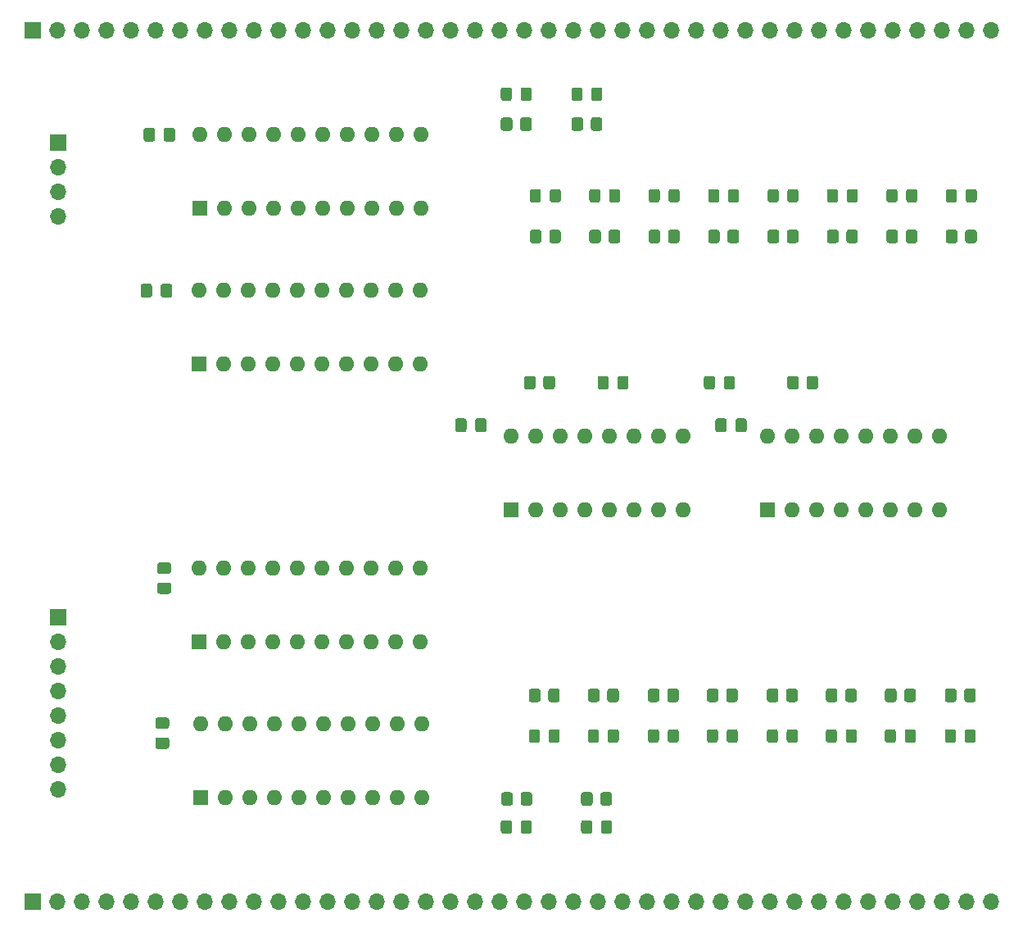
<source format=gts>
G04 #@! TF.GenerationSoftware,KiCad,Pcbnew,(5.1.9)-1*
G04 #@! TF.CreationDate,2022-07-23T11:33:05-04:00*
G04 #@! TF.ProjectId,xy-register,78792d72-6567-4697-9374-65722e6b6963,2.0*
G04 #@! TF.SameCoordinates,Original*
G04 #@! TF.FileFunction,Soldermask,Top*
G04 #@! TF.FilePolarity,Negative*
%FSLAX46Y46*%
G04 Gerber Fmt 4.6, Leading zero omitted, Abs format (unit mm)*
G04 Created by KiCad (PCBNEW (5.1.9)-1) date 2022-07-23 11:33:05*
%MOMM*%
%LPD*%
G01*
G04 APERTURE LIST*
%ADD10O,1.700000X1.700000*%
%ADD11R,1.700000X1.700000*%
%ADD12O,1.600000X1.600000*%
%ADD13R,1.600000X1.600000*%
G04 APERTURE END LIST*
G36*
G01*
X145100000Y-125850001D02*
X145100000Y-124949999D01*
G75*
G02*
X145349999Y-124700000I249999J0D01*
G01*
X146050001Y-124700000D01*
G75*
G02*
X146300000Y-124949999I0J-249999D01*
G01*
X146300000Y-125850001D01*
G75*
G02*
X146050001Y-126100000I-249999J0D01*
G01*
X145349999Y-126100000D01*
G75*
G02*
X145100000Y-125850001I0J249999D01*
G01*
G37*
G36*
G01*
X143100000Y-125850001D02*
X143100000Y-124949999D01*
G75*
G02*
X143349999Y-124700000I249999J0D01*
G01*
X144050001Y-124700000D01*
G75*
G02*
X144300000Y-124949999I0J-249999D01*
G01*
X144300000Y-125850001D01*
G75*
G02*
X144050001Y-126100000I-249999J0D01*
G01*
X143349999Y-126100000D01*
G75*
G02*
X143100000Y-125850001I0J249999D01*
G01*
G37*
G36*
G01*
X136850000Y-125850001D02*
X136850000Y-124949999D01*
G75*
G02*
X137099999Y-124700000I249999J0D01*
G01*
X137800001Y-124700000D01*
G75*
G02*
X138050000Y-124949999I0J-249999D01*
G01*
X138050000Y-125850001D01*
G75*
G02*
X137800001Y-126100000I-249999J0D01*
G01*
X137099999Y-126100000D01*
G75*
G02*
X136850000Y-125850001I0J249999D01*
G01*
G37*
G36*
G01*
X134850000Y-125850001D02*
X134850000Y-124949999D01*
G75*
G02*
X135099999Y-124700000I249999J0D01*
G01*
X135800001Y-124700000D01*
G75*
G02*
X136050000Y-124949999I0J-249999D01*
G01*
X136050000Y-125850001D01*
G75*
G02*
X135800001Y-126100000I-249999J0D01*
G01*
X135099999Y-126100000D01*
G75*
G02*
X134850000Y-125850001I0J249999D01*
G01*
G37*
G36*
G01*
X145150000Y-128750001D02*
X145150000Y-127849999D01*
G75*
G02*
X145399999Y-127600000I249999J0D01*
G01*
X146050001Y-127600000D01*
G75*
G02*
X146300000Y-127849999I0J-249999D01*
G01*
X146300000Y-128750001D01*
G75*
G02*
X146050001Y-129000000I-249999J0D01*
G01*
X145399999Y-129000000D01*
G75*
G02*
X145150000Y-128750001I0J249999D01*
G01*
G37*
G36*
G01*
X143100000Y-128750001D02*
X143100000Y-127849999D01*
G75*
G02*
X143349999Y-127600000I249999J0D01*
G01*
X144000001Y-127600000D01*
G75*
G02*
X144250000Y-127849999I0J-249999D01*
G01*
X144250000Y-128750001D01*
G75*
G02*
X144000001Y-129000000I-249999J0D01*
G01*
X143349999Y-129000000D01*
G75*
G02*
X143100000Y-128750001I0J249999D01*
G01*
G37*
G36*
G01*
X136850000Y-128750001D02*
X136850000Y-127849999D01*
G75*
G02*
X137099999Y-127600000I249999J0D01*
G01*
X137750001Y-127600000D01*
G75*
G02*
X138000000Y-127849999I0J-249999D01*
G01*
X138000000Y-128750001D01*
G75*
G02*
X137750001Y-129000000I-249999J0D01*
G01*
X137099999Y-129000000D01*
G75*
G02*
X136850000Y-128750001I0J249999D01*
G01*
G37*
G36*
G01*
X134800000Y-128750001D02*
X134800000Y-127849999D01*
G75*
G02*
X135049999Y-127600000I249999J0D01*
G01*
X135700001Y-127600000D01*
G75*
G02*
X135950000Y-127849999I0J-249999D01*
G01*
X135950000Y-128750001D01*
G75*
G02*
X135700001Y-129000000I-249999J0D01*
G01*
X135049999Y-129000000D01*
G75*
G02*
X134800000Y-128750001I0J249999D01*
G01*
G37*
D10*
X89000000Y-65220000D03*
X89000000Y-62680000D03*
X89000000Y-60140000D03*
D11*
X89000000Y-57600000D03*
D12*
X103600000Y-101580000D03*
X126460000Y-109200000D03*
X106140000Y-101580000D03*
X123920000Y-109200000D03*
X108680000Y-101580000D03*
X121380000Y-109200000D03*
X111220000Y-101580000D03*
X118840000Y-109200000D03*
X113760000Y-101580000D03*
X116300000Y-109200000D03*
X116300000Y-101580000D03*
X113760000Y-109200000D03*
X118840000Y-101580000D03*
X111220000Y-109200000D03*
X121380000Y-101580000D03*
X108680000Y-109200000D03*
X123920000Y-101580000D03*
X106140000Y-109200000D03*
X126460000Y-101580000D03*
D13*
X103600000Y-109200000D03*
G36*
G01*
X143300000Y-55249999D02*
X143300000Y-56150001D01*
G75*
G02*
X143050001Y-56400000I-249999J0D01*
G01*
X142349999Y-56400000D01*
G75*
G02*
X142100000Y-56150001I0J249999D01*
G01*
X142100000Y-55249999D01*
G75*
G02*
X142349999Y-55000000I249999J0D01*
G01*
X143050001Y-55000000D01*
G75*
G02*
X143300000Y-55249999I0J-249999D01*
G01*
G37*
G36*
G01*
X145300000Y-55249999D02*
X145300000Y-56150001D01*
G75*
G02*
X145050001Y-56400000I-249999J0D01*
G01*
X144349999Y-56400000D01*
G75*
G02*
X144100000Y-56150001I0J249999D01*
G01*
X144100000Y-55249999D01*
G75*
G02*
X144349999Y-55000000I249999J0D01*
G01*
X145050001Y-55000000D01*
G75*
G02*
X145300000Y-55249999I0J-249999D01*
G01*
G37*
G36*
G01*
X136800000Y-56150001D02*
X136800000Y-55249999D01*
G75*
G02*
X137049999Y-55000000I249999J0D01*
G01*
X137750001Y-55000000D01*
G75*
G02*
X138000000Y-55249999I0J-249999D01*
G01*
X138000000Y-56150001D01*
G75*
G02*
X137750001Y-56400000I-249999J0D01*
G01*
X137049999Y-56400000D01*
G75*
G02*
X136800000Y-56150001I0J249999D01*
G01*
G37*
G36*
G01*
X134800000Y-56150001D02*
X134800000Y-55249999D01*
G75*
G02*
X135049999Y-55000000I249999J0D01*
G01*
X135750001Y-55000000D01*
G75*
G02*
X136000000Y-55249999I0J-249999D01*
G01*
X136000000Y-56150001D01*
G75*
G02*
X135750001Y-56400000I-249999J0D01*
G01*
X135049999Y-56400000D01*
G75*
G02*
X134800000Y-56150001I0J249999D01*
G01*
G37*
G36*
G01*
X139700000Y-115150001D02*
X139700000Y-114249999D01*
G75*
G02*
X139949999Y-114000000I249999J0D01*
G01*
X140650001Y-114000000D01*
G75*
G02*
X140900000Y-114249999I0J-249999D01*
G01*
X140900000Y-115150001D01*
G75*
G02*
X140650001Y-115400000I-249999J0D01*
G01*
X139949999Y-115400000D01*
G75*
G02*
X139700000Y-115150001I0J249999D01*
G01*
G37*
G36*
G01*
X137700000Y-115150001D02*
X137700000Y-114249999D01*
G75*
G02*
X137949999Y-114000000I249999J0D01*
G01*
X138650001Y-114000000D01*
G75*
G02*
X138900000Y-114249999I0J-249999D01*
G01*
X138900000Y-115150001D01*
G75*
G02*
X138650001Y-115400000I-249999J0D01*
G01*
X137949999Y-115400000D01*
G75*
G02*
X137700000Y-115150001I0J249999D01*
G01*
G37*
G36*
G01*
X145800000Y-115150001D02*
X145800000Y-114249999D01*
G75*
G02*
X146049999Y-114000000I249999J0D01*
G01*
X146750001Y-114000000D01*
G75*
G02*
X147000000Y-114249999I0J-249999D01*
G01*
X147000000Y-115150001D01*
G75*
G02*
X146750001Y-115400000I-249999J0D01*
G01*
X146049999Y-115400000D01*
G75*
G02*
X145800000Y-115150001I0J249999D01*
G01*
G37*
G36*
G01*
X143800000Y-115150001D02*
X143800000Y-114249999D01*
G75*
G02*
X144049999Y-114000000I249999J0D01*
G01*
X144750001Y-114000000D01*
G75*
G02*
X145000000Y-114249999I0J-249999D01*
G01*
X145000000Y-115150001D01*
G75*
G02*
X144750001Y-115400000I-249999J0D01*
G01*
X144049999Y-115400000D01*
G75*
G02*
X143800000Y-115150001I0J249999D01*
G01*
G37*
G36*
G01*
X152000000Y-115150001D02*
X152000000Y-114249999D01*
G75*
G02*
X152249999Y-114000000I249999J0D01*
G01*
X152950001Y-114000000D01*
G75*
G02*
X153200000Y-114249999I0J-249999D01*
G01*
X153200000Y-115150001D01*
G75*
G02*
X152950001Y-115400000I-249999J0D01*
G01*
X152249999Y-115400000D01*
G75*
G02*
X152000000Y-115150001I0J249999D01*
G01*
G37*
G36*
G01*
X150000000Y-115150001D02*
X150000000Y-114249999D01*
G75*
G02*
X150249999Y-114000000I249999J0D01*
G01*
X150950001Y-114000000D01*
G75*
G02*
X151200000Y-114249999I0J-249999D01*
G01*
X151200000Y-115150001D01*
G75*
G02*
X150950001Y-115400000I-249999J0D01*
G01*
X150249999Y-115400000D01*
G75*
G02*
X150000000Y-115150001I0J249999D01*
G01*
G37*
G36*
G01*
X158100000Y-115150001D02*
X158100000Y-114249999D01*
G75*
G02*
X158349999Y-114000000I249999J0D01*
G01*
X159050001Y-114000000D01*
G75*
G02*
X159300000Y-114249999I0J-249999D01*
G01*
X159300000Y-115150001D01*
G75*
G02*
X159050001Y-115400000I-249999J0D01*
G01*
X158349999Y-115400000D01*
G75*
G02*
X158100000Y-115150001I0J249999D01*
G01*
G37*
G36*
G01*
X156100000Y-115150001D02*
X156100000Y-114249999D01*
G75*
G02*
X156349999Y-114000000I249999J0D01*
G01*
X157050001Y-114000000D01*
G75*
G02*
X157300000Y-114249999I0J-249999D01*
G01*
X157300000Y-115150001D01*
G75*
G02*
X157050001Y-115400000I-249999J0D01*
G01*
X156349999Y-115400000D01*
G75*
G02*
X156100000Y-115150001I0J249999D01*
G01*
G37*
G36*
G01*
X164300000Y-115150001D02*
X164300000Y-114249999D01*
G75*
G02*
X164549999Y-114000000I249999J0D01*
G01*
X165250001Y-114000000D01*
G75*
G02*
X165500000Y-114249999I0J-249999D01*
G01*
X165500000Y-115150001D01*
G75*
G02*
X165250001Y-115400000I-249999J0D01*
G01*
X164549999Y-115400000D01*
G75*
G02*
X164300000Y-115150001I0J249999D01*
G01*
G37*
G36*
G01*
X162300000Y-115150001D02*
X162300000Y-114249999D01*
G75*
G02*
X162549999Y-114000000I249999J0D01*
G01*
X163250001Y-114000000D01*
G75*
G02*
X163500000Y-114249999I0J-249999D01*
G01*
X163500000Y-115150001D01*
G75*
G02*
X163250001Y-115400000I-249999J0D01*
G01*
X162549999Y-115400000D01*
G75*
G02*
X162300000Y-115150001I0J249999D01*
G01*
G37*
G36*
G01*
X170400000Y-115150001D02*
X170400000Y-114249999D01*
G75*
G02*
X170649999Y-114000000I249999J0D01*
G01*
X171350001Y-114000000D01*
G75*
G02*
X171600000Y-114249999I0J-249999D01*
G01*
X171600000Y-115150001D01*
G75*
G02*
X171350001Y-115400000I-249999J0D01*
G01*
X170649999Y-115400000D01*
G75*
G02*
X170400000Y-115150001I0J249999D01*
G01*
G37*
G36*
G01*
X168400000Y-115150001D02*
X168400000Y-114249999D01*
G75*
G02*
X168649999Y-114000000I249999J0D01*
G01*
X169350001Y-114000000D01*
G75*
G02*
X169600000Y-114249999I0J-249999D01*
G01*
X169600000Y-115150001D01*
G75*
G02*
X169350001Y-115400000I-249999J0D01*
G01*
X168649999Y-115400000D01*
G75*
G02*
X168400000Y-115150001I0J249999D01*
G01*
G37*
G36*
G01*
X176500000Y-115150001D02*
X176500000Y-114249999D01*
G75*
G02*
X176749999Y-114000000I249999J0D01*
G01*
X177450001Y-114000000D01*
G75*
G02*
X177700000Y-114249999I0J-249999D01*
G01*
X177700000Y-115150001D01*
G75*
G02*
X177450001Y-115400000I-249999J0D01*
G01*
X176749999Y-115400000D01*
G75*
G02*
X176500000Y-115150001I0J249999D01*
G01*
G37*
G36*
G01*
X174500000Y-115150001D02*
X174500000Y-114249999D01*
G75*
G02*
X174749999Y-114000000I249999J0D01*
G01*
X175450001Y-114000000D01*
G75*
G02*
X175700000Y-114249999I0J-249999D01*
G01*
X175700000Y-115150001D01*
G75*
G02*
X175450001Y-115400000I-249999J0D01*
G01*
X174749999Y-115400000D01*
G75*
G02*
X174500000Y-115150001I0J249999D01*
G01*
G37*
G36*
G01*
X182700000Y-115150001D02*
X182700000Y-114249999D01*
G75*
G02*
X182949999Y-114000000I249999J0D01*
G01*
X183650001Y-114000000D01*
G75*
G02*
X183900000Y-114249999I0J-249999D01*
G01*
X183900000Y-115150001D01*
G75*
G02*
X183650001Y-115400000I-249999J0D01*
G01*
X182949999Y-115400000D01*
G75*
G02*
X182700000Y-115150001I0J249999D01*
G01*
G37*
G36*
G01*
X180700000Y-115150001D02*
X180700000Y-114249999D01*
G75*
G02*
X180949999Y-114000000I249999J0D01*
G01*
X181650001Y-114000000D01*
G75*
G02*
X181900000Y-114249999I0J-249999D01*
G01*
X181900000Y-115150001D01*
G75*
G02*
X181650001Y-115400000I-249999J0D01*
G01*
X180949999Y-115400000D01*
G75*
G02*
X180700000Y-115150001I0J249999D01*
G01*
G37*
G36*
G01*
X144150000Y-53050001D02*
X144150000Y-52149999D01*
G75*
G02*
X144399999Y-51900000I249999J0D01*
G01*
X145050001Y-51900000D01*
G75*
G02*
X145300000Y-52149999I0J-249999D01*
G01*
X145300000Y-53050001D01*
G75*
G02*
X145050001Y-53300000I-249999J0D01*
G01*
X144399999Y-53300000D01*
G75*
G02*
X144150000Y-53050001I0J249999D01*
G01*
G37*
G36*
G01*
X142100000Y-53050001D02*
X142100000Y-52149999D01*
G75*
G02*
X142349999Y-51900000I249999J0D01*
G01*
X143000001Y-51900000D01*
G75*
G02*
X143250000Y-52149999I0J-249999D01*
G01*
X143250000Y-53050001D01*
G75*
G02*
X143000001Y-53300000I-249999J0D01*
G01*
X142349999Y-53300000D01*
G75*
G02*
X142100000Y-53050001I0J249999D01*
G01*
G37*
G36*
G01*
X136850000Y-53050001D02*
X136850000Y-52149999D01*
G75*
G02*
X137099999Y-51900000I249999J0D01*
G01*
X137750001Y-51900000D01*
G75*
G02*
X138000000Y-52149999I0J-249999D01*
G01*
X138000000Y-53050001D01*
G75*
G02*
X137750001Y-53300000I-249999J0D01*
G01*
X137099999Y-53300000D01*
G75*
G02*
X136850000Y-53050001I0J249999D01*
G01*
G37*
G36*
G01*
X134800000Y-53050001D02*
X134800000Y-52149999D01*
G75*
G02*
X135049999Y-51900000I249999J0D01*
G01*
X135700001Y-51900000D01*
G75*
G02*
X135950000Y-52149999I0J-249999D01*
G01*
X135950000Y-53050001D01*
G75*
G02*
X135700001Y-53300000I-249999J0D01*
G01*
X135049999Y-53300000D01*
G75*
G02*
X134800000Y-53050001I0J249999D01*
G01*
G37*
G36*
G01*
X138850000Y-118449999D02*
X138850000Y-119350001D01*
G75*
G02*
X138600001Y-119600000I-249999J0D01*
G01*
X137949999Y-119600000D01*
G75*
G02*
X137700000Y-119350001I0J249999D01*
G01*
X137700000Y-118449999D01*
G75*
G02*
X137949999Y-118200000I249999J0D01*
G01*
X138600001Y-118200000D01*
G75*
G02*
X138850000Y-118449999I0J-249999D01*
G01*
G37*
G36*
G01*
X140900000Y-118449999D02*
X140900000Y-119350001D01*
G75*
G02*
X140650001Y-119600000I-249999J0D01*
G01*
X139999999Y-119600000D01*
G75*
G02*
X139750000Y-119350001I0J249999D01*
G01*
X139750000Y-118449999D01*
G75*
G02*
X139999999Y-118200000I249999J0D01*
G01*
X140650001Y-118200000D01*
G75*
G02*
X140900000Y-118449999I0J-249999D01*
G01*
G37*
G36*
G01*
X144950000Y-118449999D02*
X144950000Y-119350001D01*
G75*
G02*
X144700001Y-119600000I-249999J0D01*
G01*
X144049999Y-119600000D01*
G75*
G02*
X143800000Y-119350001I0J249999D01*
G01*
X143800000Y-118449999D01*
G75*
G02*
X144049999Y-118200000I249999J0D01*
G01*
X144700001Y-118200000D01*
G75*
G02*
X144950000Y-118449999I0J-249999D01*
G01*
G37*
G36*
G01*
X147000000Y-118449999D02*
X147000000Y-119350001D01*
G75*
G02*
X146750001Y-119600000I-249999J0D01*
G01*
X146099999Y-119600000D01*
G75*
G02*
X145850000Y-119350001I0J249999D01*
G01*
X145850000Y-118449999D01*
G75*
G02*
X146099999Y-118200000I249999J0D01*
G01*
X146750001Y-118200000D01*
G75*
G02*
X147000000Y-118449999I0J-249999D01*
G01*
G37*
G36*
G01*
X151150000Y-118449999D02*
X151150000Y-119350001D01*
G75*
G02*
X150900001Y-119600000I-249999J0D01*
G01*
X150249999Y-119600000D01*
G75*
G02*
X150000000Y-119350001I0J249999D01*
G01*
X150000000Y-118449999D01*
G75*
G02*
X150249999Y-118200000I249999J0D01*
G01*
X150900001Y-118200000D01*
G75*
G02*
X151150000Y-118449999I0J-249999D01*
G01*
G37*
G36*
G01*
X153200000Y-118449999D02*
X153200000Y-119350001D01*
G75*
G02*
X152950001Y-119600000I-249999J0D01*
G01*
X152299999Y-119600000D01*
G75*
G02*
X152050000Y-119350001I0J249999D01*
G01*
X152050000Y-118449999D01*
G75*
G02*
X152299999Y-118200000I249999J0D01*
G01*
X152950001Y-118200000D01*
G75*
G02*
X153200000Y-118449999I0J-249999D01*
G01*
G37*
G36*
G01*
X157250000Y-118449999D02*
X157250000Y-119350001D01*
G75*
G02*
X157000001Y-119600000I-249999J0D01*
G01*
X156349999Y-119600000D01*
G75*
G02*
X156100000Y-119350001I0J249999D01*
G01*
X156100000Y-118449999D01*
G75*
G02*
X156349999Y-118200000I249999J0D01*
G01*
X157000001Y-118200000D01*
G75*
G02*
X157250000Y-118449999I0J-249999D01*
G01*
G37*
G36*
G01*
X159300000Y-118449999D02*
X159300000Y-119350001D01*
G75*
G02*
X159050001Y-119600000I-249999J0D01*
G01*
X158399999Y-119600000D01*
G75*
G02*
X158150000Y-119350001I0J249999D01*
G01*
X158150000Y-118449999D01*
G75*
G02*
X158399999Y-118200000I249999J0D01*
G01*
X159050001Y-118200000D01*
G75*
G02*
X159300000Y-118449999I0J-249999D01*
G01*
G37*
G36*
G01*
X163450000Y-118449999D02*
X163450000Y-119350001D01*
G75*
G02*
X163200001Y-119600000I-249999J0D01*
G01*
X162549999Y-119600000D01*
G75*
G02*
X162300000Y-119350001I0J249999D01*
G01*
X162300000Y-118449999D01*
G75*
G02*
X162549999Y-118200000I249999J0D01*
G01*
X163200001Y-118200000D01*
G75*
G02*
X163450000Y-118449999I0J-249999D01*
G01*
G37*
G36*
G01*
X165500000Y-118449999D02*
X165500000Y-119350001D01*
G75*
G02*
X165250001Y-119600000I-249999J0D01*
G01*
X164599999Y-119600000D01*
G75*
G02*
X164350000Y-119350001I0J249999D01*
G01*
X164350000Y-118449999D01*
G75*
G02*
X164599999Y-118200000I249999J0D01*
G01*
X165250001Y-118200000D01*
G75*
G02*
X165500000Y-118449999I0J-249999D01*
G01*
G37*
G36*
G01*
X169550000Y-118449999D02*
X169550000Y-119350001D01*
G75*
G02*
X169300001Y-119600000I-249999J0D01*
G01*
X168649999Y-119600000D01*
G75*
G02*
X168400000Y-119350001I0J249999D01*
G01*
X168400000Y-118449999D01*
G75*
G02*
X168649999Y-118200000I249999J0D01*
G01*
X169300001Y-118200000D01*
G75*
G02*
X169550000Y-118449999I0J-249999D01*
G01*
G37*
G36*
G01*
X171600000Y-118449999D02*
X171600000Y-119350001D01*
G75*
G02*
X171350001Y-119600000I-249999J0D01*
G01*
X170699999Y-119600000D01*
G75*
G02*
X170450000Y-119350001I0J249999D01*
G01*
X170450000Y-118449999D01*
G75*
G02*
X170699999Y-118200000I249999J0D01*
G01*
X171350001Y-118200000D01*
G75*
G02*
X171600000Y-118449999I0J-249999D01*
G01*
G37*
G36*
G01*
X175650000Y-118449999D02*
X175650000Y-119350001D01*
G75*
G02*
X175400001Y-119600000I-249999J0D01*
G01*
X174749999Y-119600000D01*
G75*
G02*
X174500000Y-119350001I0J249999D01*
G01*
X174500000Y-118449999D01*
G75*
G02*
X174749999Y-118200000I249999J0D01*
G01*
X175400001Y-118200000D01*
G75*
G02*
X175650000Y-118449999I0J-249999D01*
G01*
G37*
G36*
G01*
X177700000Y-118449999D02*
X177700000Y-119350001D01*
G75*
G02*
X177450001Y-119600000I-249999J0D01*
G01*
X176799999Y-119600000D01*
G75*
G02*
X176550000Y-119350001I0J249999D01*
G01*
X176550000Y-118449999D01*
G75*
G02*
X176799999Y-118200000I249999J0D01*
G01*
X177450001Y-118200000D01*
G75*
G02*
X177700000Y-118449999I0J-249999D01*
G01*
G37*
G36*
G01*
X181850000Y-118449999D02*
X181850000Y-119350001D01*
G75*
G02*
X181600001Y-119600000I-249999J0D01*
G01*
X180949999Y-119600000D01*
G75*
G02*
X180700000Y-119350001I0J249999D01*
G01*
X180700000Y-118449999D01*
G75*
G02*
X180949999Y-118200000I249999J0D01*
G01*
X181600001Y-118200000D01*
G75*
G02*
X181850000Y-118449999I0J-249999D01*
G01*
G37*
G36*
G01*
X183900000Y-118449999D02*
X183900000Y-119350001D01*
G75*
G02*
X183650001Y-119600000I-249999J0D01*
G01*
X182999999Y-119600000D01*
G75*
G02*
X182750000Y-119350001I0J249999D01*
G01*
X182750000Y-118449999D01*
G75*
G02*
X182999999Y-118200000I249999J0D01*
G01*
X183650001Y-118200000D01*
G75*
G02*
X183900000Y-118449999I0J-249999D01*
G01*
G37*
D12*
X162360000Y-87880000D03*
X180140000Y-95500000D03*
X164900000Y-87880000D03*
X177600000Y-95500000D03*
X167440000Y-87880000D03*
X175060000Y-95500000D03*
X169980000Y-87880000D03*
X172520000Y-95500000D03*
X172520000Y-87880000D03*
X169980000Y-95500000D03*
X175060000Y-87880000D03*
X167440000Y-95500000D03*
X177600000Y-87880000D03*
X164900000Y-95500000D03*
X180140000Y-87880000D03*
D13*
X162360000Y-95500000D03*
D12*
X135900000Y-87880000D03*
X153680000Y-95500000D03*
X138440000Y-87880000D03*
X151140000Y-95500000D03*
X140980000Y-87880000D03*
X148600000Y-95500000D03*
X143520000Y-87880000D03*
X146060000Y-95500000D03*
X146060000Y-87880000D03*
X143520000Y-95500000D03*
X148600000Y-87880000D03*
X140980000Y-95500000D03*
X151140000Y-87880000D03*
X138440000Y-95500000D03*
X153680000Y-87880000D03*
D13*
X135900000Y-95500000D03*
G36*
G01*
X138400000Y-81949999D02*
X138400000Y-82850001D01*
G75*
G02*
X138150001Y-83100000I-249999J0D01*
G01*
X137449999Y-83100000D01*
G75*
G02*
X137200000Y-82850001I0J249999D01*
G01*
X137200000Y-81949999D01*
G75*
G02*
X137449999Y-81700000I249999J0D01*
G01*
X138150001Y-81700000D01*
G75*
G02*
X138400000Y-81949999I0J-249999D01*
G01*
G37*
G36*
G01*
X140400000Y-81949999D02*
X140400000Y-82850001D01*
G75*
G02*
X140150001Y-83100000I-249999J0D01*
G01*
X139449999Y-83100000D01*
G75*
G02*
X139200000Y-82850001I0J249999D01*
G01*
X139200000Y-81949999D01*
G75*
G02*
X139449999Y-81700000I249999J0D01*
G01*
X140150001Y-81700000D01*
G75*
G02*
X140400000Y-81949999I0J-249999D01*
G01*
G37*
D10*
X89000000Y-124380000D03*
X89000000Y-121840000D03*
X89000000Y-119300000D03*
X89000000Y-116760000D03*
X89000000Y-114220000D03*
X89000000Y-111680000D03*
X89000000Y-109140000D03*
D11*
X89000000Y-106600000D03*
G36*
G01*
X145950000Y-81949999D02*
X145950000Y-82850001D01*
G75*
G02*
X145700001Y-83100000I-249999J0D01*
G01*
X145049999Y-83100000D01*
G75*
G02*
X144800000Y-82850001I0J249999D01*
G01*
X144800000Y-81949999D01*
G75*
G02*
X145049999Y-81700000I249999J0D01*
G01*
X145700001Y-81700000D01*
G75*
G02*
X145950000Y-81949999I0J-249999D01*
G01*
G37*
G36*
G01*
X148000000Y-81949999D02*
X148000000Y-82850001D01*
G75*
G02*
X147750001Y-83100000I-249999J0D01*
G01*
X147099999Y-83100000D01*
G75*
G02*
X146850000Y-82850001I0J249999D01*
G01*
X146850000Y-81949999D01*
G75*
G02*
X147099999Y-81700000I249999J0D01*
G01*
X147750001Y-81700000D01*
G75*
G02*
X148000000Y-81949999I0J-249999D01*
G01*
G37*
G36*
G01*
X166400000Y-82850001D02*
X166400000Y-81949999D01*
G75*
G02*
X166649999Y-81700000I249999J0D01*
G01*
X167350001Y-81700000D01*
G75*
G02*
X167600000Y-81949999I0J-249999D01*
G01*
X167600000Y-82850001D01*
G75*
G02*
X167350001Y-83100000I-249999J0D01*
G01*
X166649999Y-83100000D01*
G75*
G02*
X166400000Y-82850001I0J249999D01*
G01*
G37*
G36*
G01*
X164400000Y-82850001D02*
X164400000Y-81949999D01*
G75*
G02*
X164649999Y-81700000I249999J0D01*
G01*
X165350001Y-81700000D01*
G75*
G02*
X165600000Y-81949999I0J-249999D01*
G01*
X165600000Y-82850001D01*
G75*
G02*
X165350001Y-83100000I-249999J0D01*
G01*
X164649999Y-83100000D01*
G75*
G02*
X164400000Y-82850001I0J249999D01*
G01*
G37*
G36*
G01*
X156950000Y-81949999D02*
X156950000Y-82850001D01*
G75*
G02*
X156700001Y-83100000I-249999J0D01*
G01*
X156049999Y-83100000D01*
G75*
G02*
X155800000Y-82850001I0J249999D01*
G01*
X155800000Y-81949999D01*
G75*
G02*
X156049999Y-81700000I249999J0D01*
G01*
X156700001Y-81700000D01*
G75*
G02*
X156950000Y-81949999I0J-249999D01*
G01*
G37*
G36*
G01*
X159000000Y-81949999D02*
X159000000Y-82850001D01*
G75*
G02*
X158750001Y-83100000I-249999J0D01*
G01*
X158099999Y-83100000D01*
G75*
G02*
X157850000Y-82850001I0J249999D01*
G01*
X157850000Y-81949999D01*
G75*
G02*
X158099999Y-81700000I249999J0D01*
G01*
X158750001Y-81700000D01*
G75*
G02*
X159000000Y-81949999I0J-249999D01*
G01*
G37*
G36*
G01*
X100275000Y-118150000D02*
X99325000Y-118150000D01*
G75*
G02*
X99075000Y-117900000I0J250000D01*
G01*
X99075000Y-117225000D01*
G75*
G02*
X99325000Y-116975000I250000J0D01*
G01*
X100275000Y-116975000D01*
G75*
G02*
X100525000Y-117225000I0J-250000D01*
G01*
X100525000Y-117900000D01*
G75*
G02*
X100275000Y-118150000I-250000J0D01*
G01*
G37*
G36*
G01*
X100275000Y-120225000D02*
X99325000Y-120225000D01*
G75*
G02*
X99075000Y-119975000I0J250000D01*
G01*
X99075000Y-119300000D01*
G75*
G02*
X99325000Y-119050000I250000J0D01*
G01*
X100275000Y-119050000D01*
G75*
G02*
X100525000Y-119300000I0J-250000D01*
G01*
X100525000Y-119975000D01*
G75*
G02*
X100275000Y-120225000I-250000J0D01*
G01*
G37*
G36*
G01*
X100475000Y-102150000D02*
X99525000Y-102150000D01*
G75*
G02*
X99275000Y-101900000I0J250000D01*
G01*
X99275000Y-101225000D01*
G75*
G02*
X99525000Y-100975000I250000J0D01*
G01*
X100475000Y-100975000D01*
G75*
G02*
X100725000Y-101225000I0J-250000D01*
G01*
X100725000Y-101900000D01*
G75*
G02*
X100475000Y-102150000I-250000J0D01*
G01*
G37*
G36*
G01*
X100475000Y-104225000D02*
X99525000Y-104225000D01*
G75*
G02*
X99275000Y-103975000I0J250000D01*
G01*
X99275000Y-103300000D01*
G75*
G02*
X99525000Y-103050000I250000J0D01*
G01*
X100475000Y-103050000D01*
G75*
G02*
X100725000Y-103300000I0J-250000D01*
G01*
X100725000Y-103975000D01*
G75*
G02*
X100475000Y-104225000I-250000J0D01*
G01*
G37*
G36*
G01*
X99950000Y-57275000D02*
X99950000Y-56325000D01*
G75*
G02*
X100200000Y-56075000I250000J0D01*
G01*
X100875000Y-56075000D01*
G75*
G02*
X101125000Y-56325000I0J-250000D01*
G01*
X101125000Y-57275000D01*
G75*
G02*
X100875000Y-57525000I-250000J0D01*
G01*
X100200000Y-57525000D01*
G75*
G02*
X99950000Y-57275000I0J250000D01*
G01*
G37*
G36*
G01*
X97875000Y-57275000D02*
X97875000Y-56325000D01*
G75*
G02*
X98125000Y-56075000I250000J0D01*
G01*
X98800000Y-56075000D01*
G75*
G02*
X99050000Y-56325000I0J-250000D01*
G01*
X99050000Y-57275000D01*
G75*
G02*
X98800000Y-57525000I-250000J0D01*
G01*
X98125000Y-57525000D01*
G75*
G02*
X97875000Y-57275000I0J250000D01*
G01*
G37*
G36*
G01*
X99650000Y-73375000D02*
X99650000Y-72425000D01*
G75*
G02*
X99900000Y-72175000I250000J0D01*
G01*
X100575000Y-72175000D01*
G75*
G02*
X100825000Y-72425000I0J-250000D01*
G01*
X100825000Y-73375000D01*
G75*
G02*
X100575000Y-73625000I-250000J0D01*
G01*
X99900000Y-73625000D01*
G75*
G02*
X99650000Y-73375000I0J250000D01*
G01*
G37*
G36*
G01*
X97575000Y-73375000D02*
X97575000Y-72425000D01*
G75*
G02*
X97825000Y-72175000I250000J0D01*
G01*
X98500000Y-72175000D01*
G75*
G02*
X98750000Y-72425000I0J-250000D01*
G01*
X98750000Y-73375000D01*
G75*
G02*
X98500000Y-73625000I-250000J0D01*
G01*
X97825000Y-73625000D01*
G75*
G02*
X97575000Y-73375000I0J250000D01*
G01*
G37*
G36*
G01*
X159050000Y-87275000D02*
X159050000Y-86325000D01*
G75*
G02*
X159300000Y-86075000I250000J0D01*
G01*
X159975000Y-86075000D01*
G75*
G02*
X160225000Y-86325000I0J-250000D01*
G01*
X160225000Y-87275000D01*
G75*
G02*
X159975000Y-87525000I-250000J0D01*
G01*
X159300000Y-87525000D01*
G75*
G02*
X159050000Y-87275000I0J250000D01*
G01*
G37*
G36*
G01*
X156975000Y-87275000D02*
X156975000Y-86325000D01*
G75*
G02*
X157225000Y-86075000I250000J0D01*
G01*
X157900000Y-86075000D01*
G75*
G02*
X158150000Y-86325000I0J-250000D01*
G01*
X158150000Y-87275000D01*
G75*
G02*
X157900000Y-87525000I-250000J0D01*
G01*
X157225000Y-87525000D01*
G75*
G02*
X156975000Y-87275000I0J250000D01*
G01*
G37*
G36*
G01*
X132150000Y-87275000D02*
X132150000Y-86325000D01*
G75*
G02*
X132400000Y-86075000I250000J0D01*
G01*
X133075000Y-86075000D01*
G75*
G02*
X133325000Y-86325000I0J-250000D01*
G01*
X133325000Y-87275000D01*
G75*
G02*
X133075000Y-87525000I-250000J0D01*
G01*
X132400000Y-87525000D01*
G75*
G02*
X132150000Y-87275000I0J250000D01*
G01*
G37*
G36*
G01*
X130075000Y-87275000D02*
X130075000Y-86325000D01*
G75*
G02*
X130325000Y-86075000I250000J0D01*
G01*
X131000000Y-86075000D01*
G75*
G02*
X131250000Y-86325000I0J-250000D01*
G01*
X131250000Y-87275000D01*
G75*
G02*
X131000000Y-87525000I-250000J0D01*
G01*
X130325000Y-87525000D01*
G75*
G02*
X130075000Y-87275000I0J250000D01*
G01*
G37*
D12*
X103700000Y-56780000D03*
X126560000Y-64400000D03*
X106240000Y-56780000D03*
X124020000Y-64400000D03*
X108780000Y-56780000D03*
X121480000Y-64400000D03*
X111320000Y-56780000D03*
X118940000Y-64400000D03*
X113860000Y-56780000D03*
X116400000Y-64400000D03*
X116400000Y-56780000D03*
X113860000Y-64400000D03*
X118940000Y-56780000D03*
X111320000Y-64400000D03*
X121480000Y-56780000D03*
X108780000Y-64400000D03*
X124020000Y-56780000D03*
X106240000Y-64400000D03*
X126560000Y-56780000D03*
D13*
X103700000Y-64400000D03*
D12*
X103600000Y-72880000D03*
X126460000Y-80500000D03*
X106140000Y-72880000D03*
X123920000Y-80500000D03*
X108680000Y-72880000D03*
X121380000Y-80500000D03*
X111220000Y-72880000D03*
X118840000Y-80500000D03*
X113760000Y-72880000D03*
X116300000Y-80500000D03*
X116300000Y-72880000D03*
X113760000Y-80500000D03*
X118840000Y-72880000D03*
X111220000Y-80500000D03*
X121380000Y-72880000D03*
X108680000Y-80500000D03*
X123920000Y-72880000D03*
X106140000Y-80500000D03*
X126460000Y-72880000D03*
D13*
X103600000Y-80500000D03*
D12*
X103800000Y-117680000D03*
X126660000Y-125300000D03*
X106340000Y-117680000D03*
X124120000Y-125300000D03*
X108880000Y-117680000D03*
X121580000Y-125300000D03*
X111420000Y-117680000D03*
X119040000Y-125300000D03*
X113960000Y-117680000D03*
X116500000Y-125300000D03*
X116500000Y-117680000D03*
X113960000Y-125300000D03*
X119040000Y-117680000D03*
X111420000Y-125300000D03*
X121580000Y-117680000D03*
X108880000Y-125300000D03*
X124120000Y-117680000D03*
X106340000Y-125300000D03*
X126660000Y-117680000D03*
D13*
X103800000Y-125300000D03*
G36*
G01*
X139800000Y-67750001D02*
X139800000Y-66849999D01*
G75*
G02*
X140049999Y-66600000I249999J0D01*
G01*
X140750001Y-66600000D01*
G75*
G02*
X141000000Y-66849999I0J-249999D01*
G01*
X141000000Y-67750001D01*
G75*
G02*
X140750001Y-68000000I-249999J0D01*
G01*
X140049999Y-68000000D01*
G75*
G02*
X139800000Y-67750001I0J249999D01*
G01*
G37*
G36*
G01*
X137800000Y-67750001D02*
X137800000Y-66849999D01*
G75*
G02*
X138049999Y-66600000I249999J0D01*
G01*
X138750001Y-66600000D01*
G75*
G02*
X139000000Y-66849999I0J-249999D01*
G01*
X139000000Y-67750001D01*
G75*
G02*
X138750001Y-68000000I-249999J0D01*
G01*
X138049999Y-68000000D01*
G75*
G02*
X137800000Y-67750001I0J249999D01*
G01*
G37*
G36*
G01*
X145942857Y-67750001D02*
X145942857Y-66849999D01*
G75*
G02*
X146192856Y-66600000I249999J0D01*
G01*
X146892858Y-66600000D01*
G75*
G02*
X147142857Y-66849999I0J-249999D01*
G01*
X147142857Y-67750001D01*
G75*
G02*
X146892858Y-68000000I-249999J0D01*
G01*
X146192856Y-68000000D01*
G75*
G02*
X145942857Y-67750001I0J249999D01*
G01*
G37*
G36*
G01*
X143942857Y-67750001D02*
X143942857Y-66849999D01*
G75*
G02*
X144192856Y-66600000I249999J0D01*
G01*
X144892858Y-66600000D01*
G75*
G02*
X145142857Y-66849999I0J-249999D01*
G01*
X145142857Y-67750001D01*
G75*
G02*
X144892858Y-68000000I-249999J0D01*
G01*
X144192856Y-68000000D01*
G75*
G02*
X143942857Y-67750001I0J249999D01*
G01*
G37*
G36*
G01*
X152085714Y-67750001D02*
X152085714Y-66849999D01*
G75*
G02*
X152335713Y-66600000I249999J0D01*
G01*
X153035715Y-66600000D01*
G75*
G02*
X153285714Y-66849999I0J-249999D01*
G01*
X153285714Y-67750001D01*
G75*
G02*
X153035715Y-68000000I-249999J0D01*
G01*
X152335713Y-68000000D01*
G75*
G02*
X152085714Y-67750001I0J249999D01*
G01*
G37*
G36*
G01*
X150085714Y-67750001D02*
X150085714Y-66849999D01*
G75*
G02*
X150335713Y-66600000I249999J0D01*
G01*
X151035715Y-66600000D01*
G75*
G02*
X151285714Y-66849999I0J-249999D01*
G01*
X151285714Y-67750001D01*
G75*
G02*
X151035715Y-68000000I-249999J0D01*
G01*
X150335713Y-68000000D01*
G75*
G02*
X150085714Y-67750001I0J249999D01*
G01*
G37*
G36*
G01*
X158228571Y-67750001D02*
X158228571Y-66849999D01*
G75*
G02*
X158478570Y-66600000I249999J0D01*
G01*
X159178572Y-66600000D01*
G75*
G02*
X159428571Y-66849999I0J-249999D01*
G01*
X159428571Y-67750001D01*
G75*
G02*
X159178572Y-68000000I-249999J0D01*
G01*
X158478570Y-68000000D01*
G75*
G02*
X158228571Y-67750001I0J249999D01*
G01*
G37*
G36*
G01*
X156228571Y-67750001D02*
X156228571Y-66849999D01*
G75*
G02*
X156478570Y-66600000I249999J0D01*
G01*
X157178572Y-66600000D01*
G75*
G02*
X157428571Y-66849999I0J-249999D01*
G01*
X157428571Y-67750001D01*
G75*
G02*
X157178572Y-68000000I-249999J0D01*
G01*
X156478570Y-68000000D01*
G75*
G02*
X156228571Y-67750001I0J249999D01*
G01*
G37*
G36*
G01*
X164371428Y-67750001D02*
X164371428Y-66849999D01*
G75*
G02*
X164621427Y-66600000I249999J0D01*
G01*
X165321429Y-66600000D01*
G75*
G02*
X165571428Y-66849999I0J-249999D01*
G01*
X165571428Y-67750001D01*
G75*
G02*
X165321429Y-68000000I-249999J0D01*
G01*
X164621427Y-68000000D01*
G75*
G02*
X164371428Y-67750001I0J249999D01*
G01*
G37*
G36*
G01*
X162371428Y-67750001D02*
X162371428Y-66849999D01*
G75*
G02*
X162621427Y-66600000I249999J0D01*
G01*
X163321429Y-66600000D01*
G75*
G02*
X163571428Y-66849999I0J-249999D01*
G01*
X163571428Y-67750001D01*
G75*
G02*
X163321429Y-68000000I-249999J0D01*
G01*
X162621427Y-68000000D01*
G75*
G02*
X162371428Y-67750001I0J249999D01*
G01*
G37*
G36*
G01*
X170514285Y-67750001D02*
X170514285Y-66849999D01*
G75*
G02*
X170764284Y-66600000I249999J0D01*
G01*
X171464286Y-66600000D01*
G75*
G02*
X171714285Y-66849999I0J-249999D01*
G01*
X171714285Y-67750001D01*
G75*
G02*
X171464286Y-68000000I-249999J0D01*
G01*
X170764284Y-68000000D01*
G75*
G02*
X170514285Y-67750001I0J249999D01*
G01*
G37*
G36*
G01*
X168514285Y-67750001D02*
X168514285Y-66849999D01*
G75*
G02*
X168764284Y-66600000I249999J0D01*
G01*
X169464286Y-66600000D01*
G75*
G02*
X169714285Y-66849999I0J-249999D01*
G01*
X169714285Y-67750001D01*
G75*
G02*
X169464286Y-68000000I-249999J0D01*
G01*
X168764284Y-68000000D01*
G75*
G02*
X168514285Y-67750001I0J249999D01*
G01*
G37*
G36*
G01*
X176657142Y-67750001D02*
X176657142Y-66849999D01*
G75*
G02*
X176907141Y-66600000I249999J0D01*
G01*
X177607143Y-66600000D01*
G75*
G02*
X177857142Y-66849999I0J-249999D01*
G01*
X177857142Y-67750001D01*
G75*
G02*
X177607143Y-68000000I-249999J0D01*
G01*
X176907141Y-68000000D01*
G75*
G02*
X176657142Y-67750001I0J249999D01*
G01*
G37*
G36*
G01*
X174657142Y-67750001D02*
X174657142Y-66849999D01*
G75*
G02*
X174907141Y-66600000I249999J0D01*
G01*
X175607143Y-66600000D01*
G75*
G02*
X175857142Y-66849999I0J-249999D01*
G01*
X175857142Y-67750001D01*
G75*
G02*
X175607143Y-68000000I-249999J0D01*
G01*
X174907141Y-68000000D01*
G75*
G02*
X174657142Y-67750001I0J249999D01*
G01*
G37*
G36*
G01*
X182800000Y-67750001D02*
X182800000Y-66849999D01*
G75*
G02*
X183049999Y-66600000I249999J0D01*
G01*
X183750001Y-66600000D01*
G75*
G02*
X184000000Y-66849999I0J-249999D01*
G01*
X184000000Y-67750001D01*
G75*
G02*
X183750001Y-68000000I-249999J0D01*
G01*
X183049999Y-68000000D01*
G75*
G02*
X182800000Y-67750001I0J249999D01*
G01*
G37*
G36*
G01*
X180800000Y-67750001D02*
X180800000Y-66849999D01*
G75*
G02*
X181049999Y-66600000I249999J0D01*
G01*
X181750001Y-66600000D01*
G75*
G02*
X182000000Y-66849999I0J-249999D01*
G01*
X182000000Y-67750001D01*
G75*
G02*
X181750001Y-68000000I-249999J0D01*
G01*
X181049999Y-68000000D01*
G75*
G02*
X180800000Y-67750001I0J249999D01*
G01*
G37*
G36*
G01*
X138950000Y-62649999D02*
X138950000Y-63550001D01*
G75*
G02*
X138700001Y-63800000I-249999J0D01*
G01*
X138049999Y-63800000D01*
G75*
G02*
X137800000Y-63550001I0J249999D01*
G01*
X137800000Y-62649999D01*
G75*
G02*
X138049999Y-62400000I249999J0D01*
G01*
X138700001Y-62400000D01*
G75*
G02*
X138950000Y-62649999I0J-249999D01*
G01*
G37*
G36*
G01*
X141000000Y-62649999D02*
X141000000Y-63550001D01*
G75*
G02*
X140750001Y-63800000I-249999J0D01*
G01*
X140099999Y-63800000D01*
G75*
G02*
X139850000Y-63550001I0J249999D01*
G01*
X139850000Y-62649999D01*
G75*
G02*
X140099999Y-62400000I249999J0D01*
G01*
X140750001Y-62400000D01*
G75*
G02*
X141000000Y-62649999I0J-249999D01*
G01*
G37*
G36*
G01*
X145092857Y-62649999D02*
X145092857Y-63550001D01*
G75*
G02*
X144842858Y-63800000I-249999J0D01*
G01*
X144192856Y-63800000D01*
G75*
G02*
X143942857Y-63550001I0J249999D01*
G01*
X143942857Y-62649999D01*
G75*
G02*
X144192856Y-62400000I249999J0D01*
G01*
X144842858Y-62400000D01*
G75*
G02*
X145092857Y-62649999I0J-249999D01*
G01*
G37*
G36*
G01*
X147142857Y-62649999D02*
X147142857Y-63550001D01*
G75*
G02*
X146892858Y-63800000I-249999J0D01*
G01*
X146242856Y-63800000D01*
G75*
G02*
X145992857Y-63550001I0J249999D01*
G01*
X145992857Y-62649999D01*
G75*
G02*
X146242856Y-62400000I249999J0D01*
G01*
X146892858Y-62400000D01*
G75*
G02*
X147142857Y-62649999I0J-249999D01*
G01*
G37*
G36*
G01*
X151235714Y-62649999D02*
X151235714Y-63550001D01*
G75*
G02*
X150985715Y-63800000I-249999J0D01*
G01*
X150335713Y-63800000D01*
G75*
G02*
X150085714Y-63550001I0J249999D01*
G01*
X150085714Y-62649999D01*
G75*
G02*
X150335713Y-62400000I249999J0D01*
G01*
X150985715Y-62400000D01*
G75*
G02*
X151235714Y-62649999I0J-249999D01*
G01*
G37*
G36*
G01*
X153285714Y-62649999D02*
X153285714Y-63550001D01*
G75*
G02*
X153035715Y-63800000I-249999J0D01*
G01*
X152385713Y-63800000D01*
G75*
G02*
X152135714Y-63550001I0J249999D01*
G01*
X152135714Y-62649999D01*
G75*
G02*
X152385713Y-62400000I249999J0D01*
G01*
X153035715Y-62400000D01*
G75*
G02*
X153285714Y-62649999I0J-249999D01*
G01*
G37*
G36*
G01*
X157378571Y-62649999D02*
X157378571Y-63550001D01*
G75*
G02*
X157128572Y-63800000I-249999J0D01*
G01*
X156478570Y-63800000D01*
G75*
G02*
X156228571Y-63550001I0J249999D01*
G01*
X156228571Y-62649999D01*
G75*
G02*
X156478570Y-62400000I249999J0D01*
G01*
X157128572Y-62400000D01*
G75*
G02*
X157378571Y-62649999I0J-249999D01*
G01*
G37*
G36*
G01*
X159428571Y-62649999D02*
X159428571Y-63550001D01*
G75*
G02*
X159178572Y-63800000I-249999J0D01*
G01*
X158528570Y-63800000D01*
G75*
G02*
X158278571Y-63550001I0J249999D01*
G01*
X158278571Y-62649999D01*
G75*
G02*
X158528570Y-62400000I249999J0D01*
G01*
X159178572Y-62400000D01*
G75*
G02*
X159428571Y-62649999I0J-249999D01*
G01*
G37*
G36*
G01*
X163521428Y-62649999D02*
X163521428Y-63550001D01*
G75*
G02*
X163271429Y-63800000I-249999J0D01*
G01*
X162621427Y-63800000D01*
G75*
G02*
X162371428Y-63550001I0J249999D01*
G01*
X162371428Y-62649999D01*
G75*
G02*
X162621427Y-62400000I249999J0D01*
G01*
X163271429Y-62400000D01*
G75*
G02*
X163521428Y-62649999I0J-249999D01*
G01*
G37*
G36*
G01*
X165571428Y-62649999D02*
X165571428Y-63550001D01*
G75*
G02*
X165321429Y-63800000I-249999J0D01*
G01*
X164671427Y-63800000D01*
G75*
G02*
X164421428Y-63550001I0J249999D01*
G01*
X164421428Y-62649999D01*
G75*
G02*
X164671427Y-62400000I249999J0D01*
G01*
X165321429Y-62400000D01*
G75*
G02*
X165571428Y-62649999I0J-249999D01*
G01*
G37*
G36*
G01*
X169664285Y-62649999D02*
X169664285Y-63550001D01*
G75*
G02*
X169414286Y-63800000I-249999J0D01*
G01*
X168764284Y-63800000D01*
G75*
G02*
X168514285Y-63550001I0J249999D01*
G01*
X168514285Y-62649999D01*
G75*
G02*
X168764284Y-62400000I249999J0D01*
G01*
X169414286Y-62400000D01*
G75*
G02*
X169664285Y-62649999I0J-249999D01*
G01*
G37*
G36*
G01*
X171714285Y-62649999D02*
X171714285Y-63550001D01*
G75*
G02*
X171464286Y-63800000I-249999J0D01*
G01*
X170814284Y-63800000D01*
G75*
G02*
X170564285Y-63550001I0J249999D01*
G01*
X170564285Y-62649999D01*
G75*
G02*
X170814284Y-62400000I249999J0D01*
G01*
X171464286Y-62400000D01*
G75*
G02*
X171714285Y-62649999I0J-249999D01*
G01*
G37*
G36*
G01*
X175807142Y-62649999D02*
X175807142Y-63550001D01*
G75*
G02*
X175557143Y-63800000I-249999J0D01*
G01*
X174907141Y-63800000D01*
G75*
G02*
X174657142Y-63550001I0J249999D01*
G01*
X174657142Y-62649999D01*
G75*
G02*
X174907141Y-62400000I249999J0D01*
G01*
X175557143Y-62400000D01*
G75*
G02*
X175807142Y-62649999I0J-249999D01*
G01*
G37*
G36*
G01*
X177857142Y-62649999D02*
X177857142Y-63550001D01*
G75*
G02*
X177607143Y-63800000I-249999J0D01*
G01*
X176957141Y-63800000D01*
G75*
G02*
X176707142Y-63550001I0J249999D01*
G01*
X176707142Y-62649999D01*
G75*
G02*
X176957141Y-62400000I249999J0D01*
G01*
X177607143Y-62400000D01*
G75*
G02*
X177857142Y-62649999I0J-249999D01*
G01*
G37*
G36*
G01*
X181950000Y-62649999D02*
X181950000Y-63550001D01*
G75*
G02*
X181700001Y-63800000I-249999J0D01*
G01*
X181049999Y-63800000D01*
G75*
G02*
X180800000Y-63550001I0J249999D01*
G01*
X180800000Y-62649999D01*
G75*
G02*
X181049999Y-62400000I249999J0D01*
G01*
X181700001Y-62400000D01*
G75*
G02*
X181950000Y-62649999I0J-249999D01*
G01*
G37*
G36*
G01*
X184000000Y-62649999D02*
X184000000Y-63550001D01*
G75*
G02*
X183750001Y-63800000I-249999J0D01*
G01*
X183099999Y-63800000D01*
G75*
G02*
X182850000Y-63550001I0J249999D01*
G01*
X182850000Y-62649999D01*
G75*
G02*
X183099999Y-62400000I249999J0D01*
G01*
X183750001Y-62400000D01*
G75*
G02*
X184000000Y-62649999I0J-249999D01*
G01*
G37*
D10*
X185460000Y-136000000D03*
X182920000Y-136000000D03*
X180380000Y-136000000D03*
X177840000Y-136000000D03*
X175300000Y-136000000D03*
X172760000Y-136000000D03*
X170220000Y-136000000D03*
X167680000Y-136000000D03*
X165140000Y-136000000D03*
X162600000Y-136000000D03*
X160060000Y-136000000D03*
X157520000Y-136000000D03*
X154980000Y-136000000D03*
X152440000Y-136000000D03*
X149900000Y-136000000D03*
X147360000Y-136000000D03*
X144820000Y-136000000D03*
X142280000Y-136000000D03*
X139740000Y-136000000D03*
X137200000Y-136000000D03*
X134660000Y-136000000D03*
X132120000Y-136000000D03*
X129580000Y-136000000D03*
X127040000Y-136000000D03*
X124500000Y-136000000D03*
X121960000Y-136000000D03*
X119420000Y-136000000D03*
X116880000Y-136000000D03*
X114340000Y-136000000D03*
X111800000Y-136000000D03*
X109260000Y-136000000D03*
X106720000Y-136000000D03*
X104180000Y-136000000D03*
X101640000Y-136000000D03*
X99100000Y-136000000D03*
X96560000Y-136000000D03*
X94020000Y-136000000D03*
X91480000Y-136000000D03*
X88940000Y-136000000D03*
D11*
X86400000Y-136000000D03*
D10*
X185460000Y-46000000D03*
X182920000Y-46000000D03*
X180380000Y-46000000D03*
X177840000Y-46000000D03*
X175300000Y-46000000D03*
X172760000Y-46000000D03*
X170220000Y-46000000D03*
X167680000Y-46000000D03*
X165140000Y-46000000D03*
X162600000Y-46000000D03*
X160060000Y-46000000D03*
X157520000Y-46000000D03*
X154980000Y-46000000D03*
X152440000Y-46000000D03*
X149900000Y-46000000D03*
X147360000Y-46000000D03*
X144820000Y-46000000D03*
X142280000Y-46000000D03*
X139740000Y-46000000D03*
X137200000Y-46000000D03*
X134660000Y-46000000D03*
X132120000Y-46000000D03*
X129580000Y-46000000D03*
X127040000Y-46000000D03*
X124500000Y-46000000D03*
X121960000Y-46000000D03*
X119420000Y-46000000D03*
X116880000Y-46000000D03*
X114340000Y-46000000D03*
X111800000Y-46000000D03*
X109260000Y-46000000D03*
X106720000Y-46000000D03*
X104180000Y-46000000D03*
X101640000Y-46000000D03*
X99100000Y-46000000D03*
X96560000Y-46000000D03*
X94020000Y-46000000D03*
X91480000Y-46000000D03*
X88940000Y-46000000D03*
D11*
X86400000Y-46000000D03*
M02*

</source>
